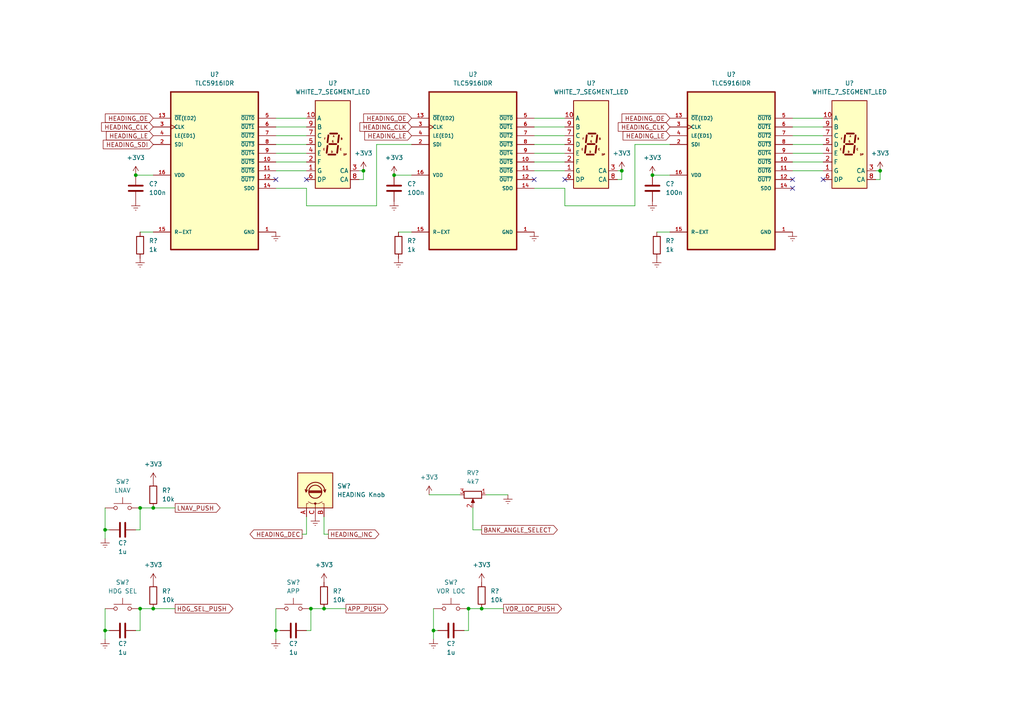
<source format=kicad_sch>
(kicad_sch (version 20211123) (generator eeschema)
  (paper "A4")
  (lib_symbols
    (symbol "Device:C" (pin_numbers hide) (pin_names (offset 0.254))
      (property "Reference" "C" (at 0.635 2.54 0))
      (property "Value" "C" (at 0.635 -2.54 0))
      (symbol "C_0_1"
        (polyline (pts (xy -2.032 -0.762) (xy 2.032 -0.762)) (stroke (width 0.508)))
        (polyline (pts (xy -2.032 0.762) (xy 2.032 0.762)) (stroke (width 0.508)))
      )
      (symbol "C_1_1"
        (pin passive line (at 0 3.81 270) (length 2.794) (name "~") (number "1"))
        (pin passive line (at 0 -3.81 90) (length 2.794) (name "~") (number "2"))
      )
    )
    (symbol "Device:R" (pin_numbers hide) (pin_names (offset 0))
      (property "Reference" "R" (at 2.032 0 90))
      (property "Value" "R" (at 0 0 90))
      (symbol "R_0_1"
        (rectangle (start -1.016 -2.54) (end 1.016 2.54) (stroke (width 0.254)))
      )
      (symbol "R_1_1"
        (pin passive line (at 0 3.81 270) (length 1.27) (name "~") (number "1"))
        (pin passive line (at 0 -3.81 90) (length 1.27) (name "~") (number "2"))
      )
    )
    (symbol "Device:R_Potentiometer" (pin_names (offset 1.016) hide)
      (property "Reference" "RV" (at -4.445 0 90))
      (property "Value" "R_Potentiometer" (at -2.54 0 90))
      (symbol "R_Potentiometer_0_1"
        (polyline (pts (xy 2.54 0) (xy 1.524 0)))
        (polyline (pts (xy 1.143 0) (xy 2.286 0.508) (xy 2.286 -0.508) (xy 1.143 0)) (fill (type outline)))
        (rectangle (start 1.016 2.54) (end -1.016 -2.54) (stroke (width 0.254)))
      )
      (symbol "R_Potentiometer_1_1"
        (pin passive line (at 0 3.81 270) (length 1.27) (name "1") (number "1"))
        (pin passive line (at 3.81 0 180) (length 1.27) (name "2") (number "2"))
        (pin passive line (at 0 -3.81 90) (length 1.27) (name "3") (number "3"))
      )
    )
    (symbol "Device:RotaryEncoder" (pin_names (offset 0.254) hide)
      (property "Reference" "SW" (at 0 6.604 0))
      (property "Value" "RotaryEncoder" (at 0 -6.604 0))
      (symbol "RotaryEncoder_0_1"
        (rectangle (start -5.08 5.08) (end 5.08 -5.08) (stroke (width 0.254)) (fill (type background)))
        (circle (center -3.81 0) (radius 0.254) (fill (type outline)))
        (arc (start -0.381 -2.794) (mid 2.3622 -0.0508) (end -0.381 2.667) (stroke (width 0.254)))
        (circle (center -0.381 0) (radius 1.905) (stroke (width 0.254)))
        (polyline (pts (xy -0.635 -1.778) (xy -0.635 1.778)) (stroke (width 0.254)))
        (polyline (pts (xy -0.381 -1.778) (xy -0.381 1.778)) (stroke (width 0.254)))
        (polyline (pts (xy -0.127 1.778) (xy -0.127 -1.778)) (stroke (width 0.254)))
        (polyline (pts (xy -5.08 -2.54) (xy -3.81 -2.54) (xy -3.81 -2.032)))
        (polyline (pts (xy -5.08 2.54) (xy -3.81 2.54) (xy -3.81 2.032)))
        (polyline (pts (xy 0.254 -3.048) (xy -0.508 -2.794) (xy 0.127 -2.413)) (stroke (width 0.254)))
        (polyline (pts (xy 0.254 2.921) (xy -0.508 2.667) (xy 0.127 2.286)) (stroke (width 0.254)))
        (polyline (pts (xy -5.08 0) (xy -3.81 0) (xy -3.81 -1.016) (xy -3.302 -2.032)))
        (polyline (pts (xy -4.318 0) (xy -3.81 0) (xy -3.81 1.016) (xy -3.302 2.032)))
      )
      (symbol "RotaryEncoder_1_1"
        (pin passive line (at -7.62 2.54 0) (length 2.54) (name "A") (number "A"))
        (pin passive line (at -7.62 -2.54 0) (length 2.54) (name "B") (number "B"))
        (pin passive line (at -7.62 0 0) (length 2.54) (name "C") (number "C"))
      )
    )
    (symbol "Display_Character:SA39-11EWA"
      (property "Reference" "U" (at -3.81 13.97 0))
      (property "Value" "SA39-11EWA" (at 6.35 13.97 0))
      (symbol "SA39-11EWA_1_0"
        (text "A" (at 0.254 2.413 0) (effects (font (size 0.508 0.508))))
        (text "B" (at 2.54 1.651 0) (effects (font (size 0.508 0.508))))
        (text "C" (at 2.286 -1.397 0) (effects (font (size 0.508 0.508))))
        (text "D" (at -0.254 -2.159 0) (effects (font (size 0.508 0.508))))
        (text "DP" (at 3.556 -2.921 0) (effects (font (size 0.508 0.508))))
        (text "E" (at -2.54 -1.397 0) (effects (font (size 0.508 0.508))))
        (text "F" (at -2.286 1.651 0) (effects (font (size 0.508 0.508))))
        (text "G" (at 0 0.889 0) (effects (font (size 0.508 0.508))))
      )
      (symbol "SA39-11EWA_1_1"
        (rectangle (start -5.08 12.7) (end 5.08 -12.7) (stroke (width 0.254)) (fill (type background)))
        (polyline (pts (xy -1.524 -0.381) (xy -1.778 -2.413)) (stroke (width 0.508)))
        (polyline (pts (xy -1.27 -2.921) (xy 0.762 -2.921)) (stroke (width 0.508)))
        (polyline (pts (xy -1.27 2.667) (xy -1.524 0.635)) (stroke (width 0.508)))
        (polyline (pts (xy -1.016 0.127) (xy 1.016 0.127)) (stroke (width 0.508)))
        (polyline (pts (xy -0.762 3.175) (xy 1.27 3.175)) (stroke (width 0.508)))
        (polyline (pts (xy 1.524 -0.381) (xy 1.27 -2.413)) (stroke (width 0.508)))
        (polyline (pts (xy 1.778 2.667) (xy 1.524 0.635)) (stroke (width 0.508)))
        (polyline (pts (xy 2.54 -2.921) (xy 2.54 -2.921)) (stroke (width 0.508)))
        (pin input line (at -7.62 -7.62 0) (length 2.54) (name "G") (number "1"))
        (pin input line (at -7.62 7.62 0) (length 2.54) (name "A") (number "10"))
        (pin input line (at -7.62 -5.08 0) (length 2.54) (name "F") (number "2"))
        (pin input line (at 7.62 -7.62 180) (length 2.54) (name "CA") (number "3"))
        (pin input line (at -7.62 -2.54 0) (length 2.54) (name "E") (number "4"))
        (pin input line (at -7.62 0 0) (length 2.54) (name "D") (number "5"))
        (pin input line (at -7.62 -10.16 0) (length 2.54) (name "DP") (number "6"))
        (pin input line (at -7.62 2.54 0) (length 2.54) (name "C") (number "7"))
        (pin input line (at 7.62 -10.16 180) (length 2.54) (name "CA") (number "8"))
        (pin input line (at -7.62 5.08 0) (length 2.54) (name "B") (number "9"))
      )
    )
    (symbol "Switch:SW_Push" (pin_numbers hide) (pin_names (offset 1.016) hide)
      (property "Reference" "SW" (at 1.27 2.54 0))
      (property "Value" "SW_Push" (at 0 -1.524 0))
      (symbol "SW_Push_0_1"
        (circle (center -2.032 0) (radius 0.508))
        (polyline (pts (xy 0 1.27) (xy 0 3.048)))
        (polyline (pts (xy 2.54 1.27) (xy -2.54 1.27)))
        (circle (center 2.032 0) (radius 0.508))
        (pin passive line (at -5.08 0 0) (length 2.54) (name "1") (number "1"))
        (pin passive line (at 5.08 0 180) (length 2.54) (name "2") (number "2"))
      )
    )
    (symbol "TLC5916IDR_1" (pin_names (offset 1.016))
      (property "Reference" "U?" (at 0 27.94 0))
      (property "Value" "TLC5916IDR_1" (at 0 25.4 0))
      (symbol "TLC5916IDR_1_0_0"
        (rectangle (start -12.7 -22.86) (end 12.7 22.86) (stroke (width 0.41)) (fill (type background)))
        (pin power_in line (at 17.78 -17.78 180) (length 5.08) (name "GND") (number "1"))
        (pin output line (at 17.78 2.54 180) (length 5.08) (name "~{OUT5}") (number "10"))
        (pin output line (at 17.78 0 180) (length 5.08) (name "~{OUT6}") (number "11"))
        (pin output line (at 17.78 -2.54 180) (length 5.08) (name "~{OUT7}") (number "12"))
        (pin input line (at -17.78 15.24 0) (length 5.08) (name "~{OE}(ED2)") (number "13"))
        (pin output line (at 17.78 -5.08 180) (length 5.08) (name "SDO") (number "14"))
        (pin bidirectional line (at -17.78 -17.78 0) (length 5.08) (name "R-EXT") (number "15"))
        (pin power_in line (at -17.78 -1.27 0) (length 5.08) (name "VDD") (number "16"))
        (pin input line (at -17.78 7.62 0) (length 5.08) (name "SDI") (number "2"))
        (pin input clock (at -17.78 12.7 0) (length 5.08) (name "CLK") (number "3"))
        (pin input line (at -17.78 10.16 0) (length 5.08) (name "LE(ED1)") (number "4"))
        (pin output line (at 17.78 15.24 180) (length 5.08) (name "~{OUT0}") (number "5"))
        (pin output line (at 17.78 12.7 180) (length 5.08) (name "~{OUT1}") (number "6"))
        (pin output line (at 17.78 10.16 180) (length 5.08) (name "~{OUT2}") (number "7"))
        (pin output line (at 17.78 7.62 180) (length 5.08) (name "~{OUT3}") (number "8"))
        (pin output line (at 17.78 5.08 180) (length 5.08) (name "~{OUT4}") (number "9"))
      )
    )
    (symbol "power:+3V3" (power) (pin_names (offset 0))
      (property "Value" "+3V3" (at 0 3.556 0))
      (symbol "+3V3_0_1"
        (polyline (pts (xy -0.762 1.27) (xy 0 2.54)))
        (polyline (pts (xy 0 0) (xy 0 2.54)))
        (polyline (pts (xy 0 2.54) (xy 0.762 1.27)))
      )
      (symbol "+3V3_1_1"
        (pin power_in line (at 0 0 90) (length 0) hide (name "+3V3") (number "1"))
      )
    )
    (symbol "power:Earth" (power) (pin_names (offset 0))
      (symbol "Earth_0_1"
        (polyline (pts (xy -0.635 -1.905) (xy 0.635 -1.905)))
        (polyline (pts (xy -0.127 -2.54) (xy 0.127 -2.54)))
        (polyline (pts (xy 0 -1.27) (xy 0 0)))
        (polyline (pts (xy 1.27 -1.27) (xy -1.27 -1.27)))
      )
      (symbol "Earth_1_1"
        (pin power_in line (at 0 0 270) (length 0) hide (name "Earth") (number "1"))
      )
    )
  )
  (junction (at 44.45 147.32))
  (junction (at 93.98 176.53))
  (junction (at 40.64 147.32))
  (junction (at 125.73 182.88))
  (junction (at 90.17 176.53))
  (junction (at 80.01 182.88))
  (junction (at 180.34 49.53))
  (junction (at 189.23 50.8))
  (junction (at 40.64 176.53))
  (junction (at 44.45 176.53))
  (junction (at 114.3 50.8))
  (junction (at 139.7 176.53))
  (junction (at 30.48 182.88))
  (junction (at 30.48 153.67))
  (junction (at 105.41 49.53))
  (junction (at 135.89 176.53))
  (junction (at 255.27 49.53))
  (junction (at 39.37 50.8))
  (no_connect (at 154.94 52.07))
  (no_connect (at 229.87 52.07))
  (no_connect (at 238.76 52.07))
  (no_connect (at 163.83 52.07))
  (no_connect (at 80.01 52.07))
  (no_connect (at 88.9 52.07))
  (no_connect (at 229.87 54.61))
  (wire (pts (xy 140.97 143.51) (xy 147.32 143.51)))
  (wire (pts (xy 30.48 176.53) (xy 30.48 182.88)))
  (wire (pts (xy 30.48 153.67) (xy 31.75 153.67)))
  (wire (pts (xy 154.94 39.37) (xy 163.83 39.37)))
  (wire (pts (xy 163.83 54.61) (xy 163.83 59.69)))
  (wire (pts (xy 87.63 154.94) (xy 88.9 154.94)))
  (wire (pts (xy 93.98 149.86) (xy 93.98 154.94)))
  (wire (pts (xy 80.01 46.99) (xy 88.9 46.99)))
  (wire (pts (xy 124.46 143.51) (xy 133.35 143.51)))
  (wire (pts (xy 125.73 182.88) (xy 127 182.88)))
  (wire (pts (xy 40.64 153.67) (xy 40.64 147.32)))
  (wire (pts (xy 115.57 67.31) (xy 119.38 67.31)))
  (wire (pts (xy 134.62 182.88) (xy 135.89 182.88)))
  (wire (pts (xy 109.22 41.91) (xy 119.38 41.91)))
  (wire (pts (xy 229.87 34.29) (xy 238.76 34.29)))
  (wire (pts (xy 255.27 52.07) (xy 254 52.07)))
  (wire (pts (xy 30.48 153.67) (xy 30.48 156.21)))
  (wire (pts (xy 180.34 49.53) (xy 179.07 49.53)))
  (wire (pts (xy 255.27 49.53) (xy 255.27 52.07)))
  (wire (pts (xy 154.94 49.53) (xy 163.83 49.53)))
  (wire (pts (xy 80.01 54.61) (xy 88.9 54.61)))
  (wire (pts (xy 180.34 52.07) (xy 179.07 52.07)))
  (wire (pts (xy 80.01 176.53) (xy 80.01 182.88)))
  (wire (pts (xy 30.48 182.88) (xy 31.75 182.88)))
  (wire (pts (xy 154.94 41.91) (xy 163.83 41.91)))
  (wire (pts (xy 189.23 50.8) (xy 194.31 50.8)))
  (wire (pts (xy 80.01 39.37) (xy 88.9 39.37)))
  (wire (pts (xy 229.87 44.45) (xy 238.76 44.45)))
  (wire (pts (xy 93.98 154.94) (xy 95.25 154.94)))
  (wire (pts (xy 90.17 176.53) (xy 93.98 176.53)))
  (wire (pts (xy 80.01 36.83) (xy 88.9 36.83)))
  (wire (pts (xy 40.64 147.32) (xy 44.45 147.32)))
  (wire (pts (xy 88.9 59.69) (xy 109.22 59.69)))
  (wire (pts (xy 105.41 52.07) (xy 104.14 52.07)))
  (wire (pts (xy 229.87 49.53) (xy 238.76 49.53)))
  (wire (pts (xy 88.9 182.88) (xy 90.17 182.88)))
  (wire (pts (xy 80.01 182.88) (xy 81.28 182.88)))
  (wire (pts (xy 80.01 49.53) (xy 88.9 49.53)))
  (wire (pts (xy 154.94 44.45) (xy 163.83 44.45)))
  (wire (pts (xy 88.9 154.94) (xy 88.9 149.86)))
  (wire (pts (xy 90.17 182.88) (xy 90.17 176.53)))
  (wire (pts (xy 229.87 39.37) (xy 238.76 39.37)))
  (wire (pts (xy 80.01 44.45) (xy 88.9 44.45)))
  (wire (pts (xy 39.37 182.88) (xy 40.64 182.88)))
  (wire (pts (xy 135.89 176.53) (xy 139.7 176.53)))
  (wire (pts (xy 163.83 59.69) (xy 184.15 59.69)))
  (wire (pts (xy 39.37 153.67) (xy 40.64 153.67)))
  (wire (pts (xy 114.3 50.8) (xy 119.38 50.8)))
  (wire (pts (xy 190.5 67.31) (xy 194.31 67.31)))
  (wire (pts (xy 105.41 49.53) (xy 105.41 52.07)))
  (wire (pts (xy 80.01 41.91) (xy 88.9 41.91)))
  (wire (pts (xy 154.94 34.29) (xy 163.83 34.29)))
  (wire (pts (xy 125.73 176.53) (xy 125.73 182.88)))
  (wire (pts (xy 125.73 182.88) (xy 125.73 185.42)))
  (wire (pts (xy 80.01 34.29) (xy 88.9 34.29)))
  (wire (pts (xy 40.64 67.31) (xy 44.45 67.31)))
  (wire (pts (xy 229.87 41.91) (xy 238.76 41.91)))
  (wire (pts (xy 137.16 153.67) (xy 139.7 153.67)))
  (wire (pts (xy 93.98 176.53) (xy 100.33 176.53)))
  (wire (pts (xy 137.16 147.32) (xy 137.16 153.67)))
  (wire (pts (xy 139.7 176.53) (xy 146.05 176.53)))
  (wire (pts (xy 30.48 182.88) (xy 30.48 185.42)))
  (wire (pts (xy 80.01 182.88) (xy 80.01 185.42)))
  (wire (pts (xy 154.94 36.83) (xy 163.83 36.83)))
  (wire (pts (xy 229.87 46.99) (xy 238.76 46.99)))
  (wire (pts (xy 154.94 46.99) (xy 163.83 46.99)))
  (wire (pts (xy 135.89 182.88) (xy 135.89 176.53)))
  (wire (pts (xy 44.45 147.32) (xy 50.8 147.32)))
  (wire (pts (xy 229.87 36.83) (xy 238.76 36.83)))
  (wire (pts (xy 184.15 41.91) (xy 184.15 59.69)))
  (wire (pts (xy 154.94 54.61) (xy 163.83 54.61)))
  (wire (pts (xy 255.27 49.53) (xy 254 49.53)))
  (wire (pts (xy 88.9 54.61) (xy 88.9 59.69)))
  (wire (pts (xy 40.64 182.88) (xy 40.64 176.53)))
  (wire (pts (xy 180.34 49.53) (xy 180.34 52.07)))
  (wire (pts (xy 30.48 147.32) (xy 30.48 153.67)))
  (wire (pts (xy 105.41 49.53) (xy 104.14 49.53)))
  (wire (pts (xy 39.37 50.8) (xy 44.45 50.8)))
  (wire (pts (xy 40.64 176.53) (xy 44.45 176.53)))
  (wire (pts (xy 44.45 176.53) (xy 50.8 176.53)))
  (wire (pts (xy 184.15 41.91) (xy 194.31 41.91)))
  (wire (pts (xy 109.22 59.69) (xy 109.22 41.91)))
  (global_label "HEADING_INC" (shape output) (at 95.25 154.94 0) (property "Intersheet References" "${INTERSHEET_REFS}" (effects hide)))
  (global_label "HEADING_LE" (shape input) (at 119.38 39.37 180) (property "Intersheet References" "${INTERSHEET_REFS}" (effects hide)))
  (global_label "HEADING_CLK" (shape input) (at 119.38 36.83 180) (property "Intersheet References" "${INTERSHEET_REFS}" (effects hide)))
  (global_label "HEADING_LE" (shape input) (at 194.31 39.37 180) (property "Intersheet References" "${INTERSHEET_REFS}" (effects hide)))
  (global_label "VOR_LOC_PUSH" (shape output) (at 146.05 176.53 0) (property "Intersheet References" "${INTERSHEET_REFS}" (effects hide)))
  (global_label "HEADING_DEC" (shape output) (at 87.63 154.94 180) (property "Intersheet References" "${INTERSHEET_REFS}" (effects hide)))
  (global_label "HDG_SEL_PUSH" (shape output) (at 50.8 176.53 0) (property "Intersheet References" "${INTERSHEET_REFS}" (effects hide)))
  (global_label "HEADING_OE" (shape input) (at 119.38 34.29 180) (property "Intersheet References" "${INTERSHEET_REFS}" (effects hide)))
  (global_label "HEADING_OE" (shape input) (at 194.31 34.29 180) (property "Intersheet References" "${INTERSHEET_REFS}" (effects hide)))
  (global_label "APP_PUSH" (shape output) (at 100.33 176.53 0) (property "Intersheet References" "${INTERSHEET_REFS}" (effects hide)))
  (global_label "LNAV_PUSH" (shape output) (at 50.8 147.32 0) (property "Intersheet References" "${INTERSHEET_REFS}" (effects hide)))
  (global_label "HEADING_SDI" (shape input) (at 44.45 41.91 180) (property "Intersheet References" "${INTERSHEET_REFS}" (effects hide)))
  (global_label "HEADING_OE" (shape input) (at 44.45 34.29 180) (property "Intersheet References" "${INTERSHEET_REFS}" (effects hide)))
  (global_label "HEADING_LE" (shape input) (at 44.45 39.37 180) (property "Intersheet References" "${INTERSHEET_REFS}" (effects hide)))
  (global_label "HEADING_CLK" (shape input) (at 44.45 36.83 180) (property "Intersheet References" "${INTERSHEET_REFS}" (effects hide)))
  (global_label "BANK_ANGLE_SELECT" (shape output) (at 139.7 153.67 0) (property "Intersheet References" "${INTERSHEET_REFS}" (effects hide)))
  (global_label "HEADING_CLK" (shape input) (at 194.31 36.83 180) (property "Intersheet References" "${INTERSHEET_REFS}" (effects hide)))
  (symbol (lib_id "Device:R") (at 44.45 143.51 0) (unit 1)
    (property "Reference" "R?" (at 46.99 142.2399 0) (effects (justify left)))
    (property "Value" "10k" (at 46.99 144.7799 0) (effects (justify left)))
  )
  (symbol (lib_id "Switch:SW_Push") (at 35.56 147.32 0) (unit 1)
    (property "Reference" "SW?" (at 35.56 139.7 0))
    (property "Value" "LNAV" (at 35.56 142.24 0))
  )
  (symbol (lib_id "power:Earth") (at 147.32 143.51 0) (unit 1)
    (property "Reference" "#PWR?" (effects hide))
    (property "Value" "Earth" (effects hide))
  )
  (symbol (lib_id "power:Earth") (at 154.94 67.31 0) (unit 1)
    (property "Reference" "#PWR?" (effects hide))
    (property "Value" "Earth" (effects hide))
  )
  (symbol (lib_id "Device:C") (at 189.23 54.61 0) (unit 1)
    (property "Reference" "C?" (at 193.04 53.3399 0) (effects (justify left)))
    (property "Value" "100n" (at 193.04 55.8799 0) (effects (justify left)))
  )
  (symbol (lib_id "Device:C") (at 130.81 182.88 270) (unit 1)
    (property "Reference" "C?" (at 130.81 186.69 90))
    (property "Value" "1u" (at 130.81 189.23 90))
  )
  (symbol (lib_id "power:Earth") (at 114.3 58.42 0) (unit 1)
    (property "Reference" "#PWR?" (effects hide))
    (property "Value" "Earth" (effects hide))
  )
  (symbol (lib_id "Device:R") (at 190.5 71.12 0) (unit 1)
    (property "Reference" "R?" (at 193.04 69.8499 0) (effects (justify left)))
    (property "Value" "1k" (at 193.04 72.3899 0) (effects (justify left)))
  )
  (symbol (lib_id "power:Earth") (at 91.44 149.86 0) (unit 1)
    (property "Reference" "#PWR?" (effects hide))
    (property "Value" "Earth" (effects hide))
  )
  (symbol (lib_id "power:Earth") (at 115.57 74.93 0) (unit 1)
    (property "Reference" "#PWR?" (effects hide))
    (property "Value" "Earth" (effects hide))
  )
  (symbol (lib_id "Device:C") (at 35.56 153.67 270) (unit 1)
    (property "Reference" "C?" (at 35.56 157.48 90))
    (property "Value" "1u" (at 35.56 160.02 90))
  )
  (symbol (lib_id "power:Earth") (at 30.48 185.42 0) (unit 1)
    (property "Reference" "#PWR?" (effects hide))
    (property "Value" "Earth" (effects hide))
  )
  (symbol (lib_id "power:Earth") (at 229.87 67.31 0) (unit 1)
    (property "Reference" "#PWR?" (effects hide))
    (property "Value" "Earth" (effects hide))
  )
  (symbol (lib_name "TLC5916IDR_1") (lib_id "TLC5916IDR:TLC5916IDR") (at 212.09 49.53 0) (unit 1)
    (property "Reference" "U?" (at 212.09 21.59 0))
    (property "Value" "TLC5916IDR" (at 212.09 24.13 0))
    (property "Footprint" "TLC5916IDR:SOIC127P600X175-16N" (effects hide))
    (property "MF" "Texas Instruments" (effects hide))
    (property "Description" "\n8-bit constant-current LED sink driver\n" (effects hide))
    (property "Package" "SOIC-16 Texas Instruments" (effects hide))
    (property "Price" "None" (effects hide))
    (property "SnapEDA_Link" "https://www.snapeda.com/parts/TLC5916IDR/Texas+Instruments/view-part/?ref=snap" (effects hide))
    (property "MP" "TLC5916IDR" (effects hide))
    (property "Purchase-URL" "https://www.snapeda.com/api/url_track_click_mouser/?unipart_id=438836&manufacturer=Texas Instruments&part_name=TLC5916IDR&search_term=None" (effects hide))
    (property "Availability" "In Stock" (effects hide))
    (property "Check_prices" "https://www.snapeda.com/parts/TLC5916IDR/Texas+Instruments/view-part/?ref=eda" (effects hide))
  )
  (symbol (lib_id "Switch:SW_Push") (at 130.81 176.53 0) (unit 1)
    (property "Reference" "SW?" (at 130.81 168.91 0))
    (property "Value" "VOR LOC" (at 130.81 171.45 0))
  )
  (symbol (lib_id "power:+3V3") (at 180.34 49.53 0) (unit 1)
    (property "Reference" "#PWR?" (effects hide))
    (property "Value" "+3V3" (at 180.34 44.45 0))
  )
  (symbol (lib_id "power:+3V3") (at 39.37 50.8 0) (unit 1)
    (property "Reference" "#PWR?" (effects hide))
    (property "Value" "+3V3" (at 39.37 45.72 0))
  )
  (symbol (lib_id "power:+3V3") (at 44.45 168.91 0) (unit 1)
    (property "Reference" "#PWR?" (effects hide))
    (property "Value" "+3V3" (at 44.45 163.83 0))
  )
  (symbol (lib_id "power:+3V3") (at 255.27 49.53 0) (unit 1)
    (property "Reference" "#PWR?" (effects hide))
    (property "Value" "+3V3" (at 255.27 44.45 0))
  )
  (symbol (lib_id "power:+3V3") (at 44.45 139.7 0) (unit 1)
    (property "Reference" "#PWR?" (effects hide))
    (property "Value" "+3V3" (at 44.45 134.62 0))
  )
  (symbol (lib_id "Device:R") (at 40.64 71.12 0) (unit 1)
    (property "Reference" "R?" (at 43.18 69.8499 0) (effects (justify left)))
    (property "Value" "1k" (at 43.18 72.3899 0) (effects (justify left)))
  )
  (symbol (lib_id "power:Earth") (at 30.48 156.21 0) (unit 1)
    (property "Reference" "#PWR?" (effects hide))
    (property "Value" "Earth" (effects hide))
  )
  (symbol (lib_id "Switch:SW_Push") (at 85.09 176.53 0) (unit 1)
    (property "Reference" "SW?" (at 85.09 168.91 0))
    (property "Value" "APP" (at 85.09 171.45 0))
  )
  (symbol (lib_id "power:+3V3") (at 93.98 168.91 0) (unit 1)
    (property "Reference" "#PWR?" (effects hide))
    (property "Value" "+3V3" (at 93.98 163.83 0))
  )
  (symbol (lib_id "Device:R") (at 93.98 172.72 0) (unit 1)
    (property "Reference" "R?" (at 96.52 171.4499 0) (effects (justify left)))
    (property "Value" "10k" (at 96.52 173.9899 0) (effects (justify left)))
  )
  (symbol (lib_id "power:Earth") (at 125.73 185.42 0) (unit 1)
    (property "Reference" "#PWR?" (effects hide))
    (property "Value" "Earth" (effects hide))
  )
  (symbol (lib_id "Display_Character:SA39-11EWA") (at 246.38 41.91 0) (unit 1)
    (property "Reference" "U?" (at 246.38 24.13 0))
    (property "Value" "WHITE_7_SEGMENT_LED" (at 246.38 26.67 0))
    (property "Footprint" "Display_7Segment:Sx39-1xxxxx" (effects hide))
    (property "Datasheet" "http://www.kingbrightusa.com/images/catalog/SPEC/sa39-11ewa.pdf" (effects hide))
  )
  (symbol (lib_id "Device:R") (at 115.57 71.12 0) (unit 1)
    (property "Reference" "R?" (at 118.11 69.8499 0) (effects (justify left)))
    (property "Value" "1k" (at 118.11 72.3899 0) (effects (justify left)))
  )
  (symbol (lib_id "power:Earth") (at 189.23 58.42 0) (unit 1)
    (property "Reference" "#PWR?" (effects hide))
    (property "Value" "Earth" (effects hide))
  )
  (symbol (lib_id "Device:C") (at 114.3 54.61 0) (unit 1)
    (property "Reference" "C?" (at 118.11 53.3399 0) (effects (justify left)))
    (property "Value" "100n" (at 118.11 55.8799 0) (effects (justify left)))
  )
  (symbol (lib_id "power:Earth") (at 39.37 58.42 0) (unit 1)
    (property "Reference" "#PWR?" (effects hide))
    (property "Value" "Earth" (effects hide))
  )
  (symbol (lib_id "Device:R_Potentiometer") (at 137.16 143.51 270) (unit 1)
    (property "Reference" "RV?" (at 137.16 137.16 90))
    (property "Value" "4k7" (at 137.16 139.7 90))
  )
  (symbol (lib_id "power:+3V3") (at 139.7 168.91 0) (unit 1)
    (property "Reference" "#PWR?" (effects hide))
    (property "Value" "+3V3" (at 139.7 163.83 0))
  )
  (symbol (lib_id "power:Earth") (at 80.01 185.42 0) (unit 1)
    (property "Reference" "#PWR?" (effects hide))
    (property "Value" "Earth" (effects hide))
  )
  (symbol (lib_id "power:+3V3") (at 114.3 50.8 0) (unit 1)
    (property "Reference" "#PWR?" (effects hide))
    (property "Value" "+3V3" (at 114.3 45.72 0))
  )
  (symbol (lib_id "Device:C") (at 35.56 182.88 270) (unit 1)
    (property "Reference" "C?" (at 35.56 186.69 90))
    (property "Value" "1u" (at 35.56 189.23 90))
  )
  (symbol (lib_id "Display_Character:SA39-11EWA") (at 96.52 41.91 0) (unit 1)
    (property "Reference" "U?" (at 96.52 24.13 0))
    (property "Value" "WHITE_7_SEGMENT_LED" (at 96.52 26.67 0))
    (property "Footprint" "Display_7Segment:Sx39-1xxxxx" (effects hide))
    (property "Datasheet" "http://www.kingbrightusa.com/images/catalog/SPEC/sa39-11ewa.pdf" (effects hide))
  )
  (symbol (lib_id "power:+3V3") (at 189.23 50.8 0) (unit 1)
    (property "Reference" "#PWR?" (effects hide))
    (property "Value" "+3V3" (at 189.23 45.72 0))
  )
  (symbol (lib_id "Device:C") (at 39.37 54.61 0) (unit 1)
    (property "Reference" "C?" (at 43.18 53.3399 0) (effects (justify left)))
    (property "Value" "100n" (at 43.18 55.8799 0) (effects (justify left)))
  )
  (symbol (lib_id "power:+3V3") (at 124.46 143.51 0) (unit 1)
    (property "Reference" "#PWR?" (effects hide))
    (property "Value" "+3V3" (at 124.46 138.43 0))
  )
  (symbol (lib_id "Device:R") (at 44.45 172.72 0) (unit 1)
    (property "Reference" "R?" (at 46.99 171.4499 0) (effects (justify left)))
    (property "Value" "10k" (at 46.99 173.9899 0) (effects (justify left)))
  )
  (symbol (lib_id "Device:R") (at 139.7 172.72 0) (unit 1)
    (property "Reference" "R?" (at 142.24 171.4499 0) (effects (justify left)))
    (property "Value" "10k" (at 142.24 173.9899 0) (effects (justify left)))
  )
  (symbol (lib_name "TLC5916IDR_1") (lib_id "TLC5916IDR:TLC5916IDR") (at 137.16 49.53 0) (unit 1)
    (property "Reference" "U?" (at 137.16 21.59 0))
    (property "Value" "TLC5916IDR" (at 137.16 24.13 0))
    (property "Footprint" "TLC5916IDR:SOIC127P600X175-16N" (effects hide))
    (property "MF" "Texas Instruments" (effects hide))
    (property "Description" "\n8-bit constant-current LED sink driver\n" (effects hide))
    (property "Package" "SOIC-16 Texas Instruments" (effects hide))
    (property "Price" "None" (effects hide))
    (property "SnapEDA_Link" "https://www.snapeda.com/parts/TLC5916IDR/Texas+Instruments/view-part/?ref=snap" (effects hide))
    (property "MP" "TLC5916IDR" (effects hide))
    (property "Purchase-URL" "https://www.snapeda.com/api/url_track_click_mouser/?unipart_id=438836&manufacturer=Texas Instruments&part_name=TLC5916IDR&search_term=None" (effects hide))
    (property "Availability" "In Stock" (effects hide))
    (property "Check_prices" "https://www.snapeda.com/parts/TLC5916IDR/Texas+Instruments/view-part/?ref=eda" (effects hide))
  )
  (symbol (lib_id "Device:RotaryEncoder") (at 91.44 142.24 90) (unit 1)
    (property "Reference" "SW?" (at 97.79 140.9699 90) (effects (justify right)))
    (property "Value" "HEADING Knob" (at 97.79 143.5099 90) (effects (justify right)))
  )
  (symbol (lib_id "Switch:SW_Push") (at 35.56 176.53 0) (unit 1)
    (property "Reference" "SW?" (at 35.56 168.91 0))
    (property "Value" "HDG SEL" (at 35.56 171.45 0))
  )
  (symbol (lib_id "power:+3V3") (at 105.41 49.53 0) (unit 1)
    (property "Reference" "#PWR?" (effects hide))
    (property "Value" "+3V3" (at 105.41 44.45 0))
  )
  (symbol (lib_id "Device:C") (at 85.09 182.88 270) (unit 1)
    (property "Reference" "C?" (at 85.09 186.69 90))
    (property "Value" "1u" (at 85.09 189.23 90))
  )
  (symbol (lib_id "power:Earth") (at 80.01 67.31 0) (unit 1)
    (property "Reference" "#PWR?" (effects hide))
    (property "Value" "Earth" (effects hide))
  )
  (symbol (lib_id "Display_Character:SA39-11EWA") (at 171.45 41.91 0) (unit 1)
    (property "Reference" "U?" (at 171.45 24.13 0))
    (property "Value" "WHITE_7_SEGMENT_LED" (at 171.45 26.67 0))
    (property "Footprint" "Display_7Segment:Sx39-1xxxxx" (effects hide))
    (property "Datasheet" "http://www.kingbrightusa.com/images/catalog/SPEC/sa39-11ewa.pdf" (effects hide))
  )
  (symbol (lib_id "power:Earth") (at 190.5 74.93 0) (unit 1)
    (property "Reference" "#PWR?" (effects hide))
    (property "Value" "Earth" (effects hide))
  )
  (symbol (lib_name "TLC5916IDR_1") (lib_id "TLC5916IDR:TLC5916IDR") (at 62.23 49.53 0) (unit 1)
    (property "Reference" "U?" (at 62.23 21.59 0))
    (property "Value" "TLC5916IDR" (at 62.23 24.13 0))
    (property "Footprint" "TLC5916IDR:SOIC127P600X175-16N" (effects hide))
    (property "MF" "Texas Instruments" (effects hide))
    (property "Description" "\n8-bit constant-current LED sink driver\n" (effects hide))
    (property "Package" "SOIC-16 Texas Instruments" (effects hide))
    (property "Price" "None" (effects hide))
    (property "SnapEDA_Link" "https://www.snapeda.com/parts/TLC5916IDR/Texas+Instruments/view-part/?ref=snap" (effects hide))
    (property "MP" "TLC5916IDR" (effects hide))
    (property "Purchase-URL" "https://www.snapeda.com/api/url_track_click_mouser/?unipart_id=438836&manufacturer=Texas Instruments&part_name=TLC5916IDR&search_term=None" (effects hide))
    (property "Availability" "In Stock" (effects hide))
    (property "Check_prices" "https://www.snapeda.com/parts/TLC5916IDR/Texas+Instruments/view-part/?ref=eda" (effects hide))
  )
  (symbol (lib_id "power:Earth") (at 40.64 74.93 0) (unit 1)
    (property "Reference" "#PWR?" (effects hide))
    (property "Value" "Earth" (effects hide))
  )
)
</source>
